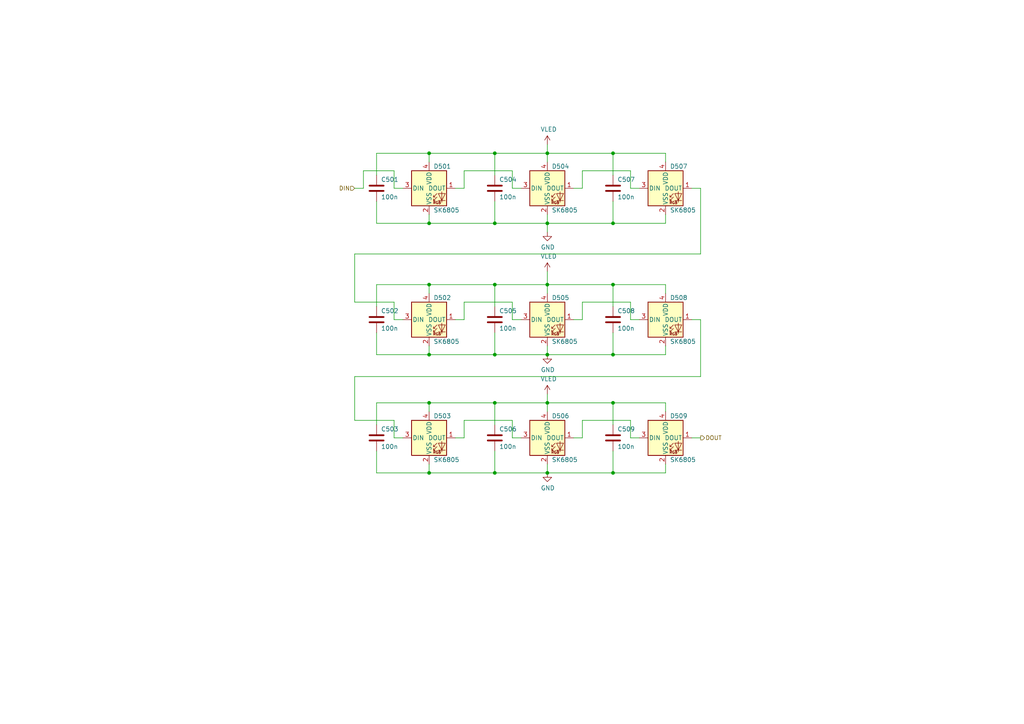
<source format=kicad_sch>
(kicad_sch (version 20211123) (generator eeschema)
  (paper "A4")
  (title_block (title "Leddie") (date "2021-03-06") (rev "01") (company "Markus Koch - notsyncing.net") (comment 1 "Licensed under CC BY-SA 3.0") (comment 2 "https://l.notsyncing.net/leddie") (comment 4 "LED substring for one side"))
  (lib_symbols
    (symbol "Device:C" (pin_numbers hide) (pin_names (offset 0.254))
      (property "Reference" "C" (at 0.635 2.54 0))
      (property "Value" "C" (at 0.635 -2.54 0))
      (symbol "C_0_1"
        (polyline (pts (xy -2.032 -0.762) (xy 2.032 -0.762)) (stroke (width 0.508)))
        (polyline (pts (xy -2.032 0.762) (xy 2.032 0.762)) (stroke (width 0.508)))
      )
      (symbol "C_1_1"
        (pin passive line (at 0 3.81 270) (length 2.794) (name "~") (number "1"))
        (pin passive line (at 0 -3.81 90) (length 2.794) (name "~") (number "2"))
      )
    )
    (symbol "LED:SK6805" (pin_names (offset 0.254))
      (property "Reference" "D" (at 5.08 5.715 0))
      (property "Value" "SK6805" (at 1.27 -5.715 0))
      (symbol "SK6805_0_0"
        (text "RGB" (at 2.286 -4.191 0) (effects (font (size 0.762 0.762))))
      )
      (symbol "SK6805_0_1"
        (polyline (pts (xy 1.27 -3.556) (xy 1.778 -3.556)))
        (polyline (pts (xy 1.27 -2.54) (xy 1.778 -2.54)))
        (polyline (pts (xy 4.699 -3.556) (xy 2.667 -3.556)))
        (polyline (pts (xy 2.286 -2.54) (xy 1.27 -3.556) (xy 1.27 -3.048)))
        (polyline (pts (xy 2.286 -1.524) (xy 1.27 -2.54) (xy 1.27 -2.032)))
        (polyline (pts (xy 3.683 -1.016) (xy 3.683 -3.556) (xy 3.683 -4.064)))
        (polyline (pts (xy 4.699 -1.524) (xy 2.667 -1.524) (xy 3.683 -3.556) (xy 4.699 -1.524)))
        (rectangle (start 5.08 5.08) (end -5.08 -5.08) (stroke (width 0.254)) (fill (type background)))
      )
      (symbol "SK6805_1_1"
        (pin output line (at 7.62 0 180) (length 2.54) (name "DOUT") (number "1"))
        (pin power_in line (at 0 -7.62 90) (length 2.54) (name "VSS") (number "2"))
        (pin input line (at -7.62 0 0) (length 2.54) (name "DIN") (number "3"))
        (pin power_in line (at 0 7.62 270) (length 2.54) (name "VDD") (number "4"))
      )
    )
    (symbol "leddie_parts:VLED" (power) (pin_names (offset 0))
      (property "Value" "VLED" (at 0 3.81 0))
      (symbol "VLED_0_1"
        (polyline (pts (xy -0.762 1.27) (xy 0 2.54)))
        (polyline (pts (xy 0 0) (xy 0 2.54)))
        (polyline (pts (xy 0 2.54) (xy 0.762 1.27)))
      )
      (symbol "VLED_1_1"
        (pin power_in line (at 0 0 90) (length 0) hide (name "VLED") (number "1"))
      )
    )
    (symbol "power:GND" (power) (pin_names (offset 0))
      (property "Value" "GND" (at 0 -3.81 0))
      (symbol "GND_0_1"
        (polyline (pts (xy 0 0) (xy 0 -1.27) (xy 1.27 -1.27) (xy 0 -2.54) (xy -1.27 -1.27) (xy 0 -1.27)))
      )
      (symbol "GND_1_1"
        (pin power_in line (at 0 0 270) (length 0) hide (name "GND") (number "1"))
      )
    )
  )
  (junction (at 124.46 44.45))
  (junction (at 124.46 102.87))
  (junction (at 143.51 82.55))
  (junction (at 124.46 116.84))
  (junction (at 177.8 116.84))
  (junction (at 143.51 64.77))
  (junction (at 158.75 102.87))
  (junction (at 143.51 116.84))
  (junction (at 158.75 82.55))
  (junction (at 143.51 137.16))
  (junction (at 177.8 82.55))
  (junction (at 124.46 137.16))
  (junction (at 158.75 137.16))
  (junction (at 143.51 102.87))
  (junction (at 177.8 64.77))
  (junction (at 158.75 116.84))
  (junction (at 143.51 44.45))
  (junction (at 124.46 82.55))
  (junction (at 177.8 137.16))
  (junction (at 177.8 102.87))
  (junction (at 158.75 64.77))
  (junction (at 124.46 64.77))
  (junction (at 177.8 44.45))
  (junction (at 158.75 44.45))
  (wire (pts (xy 168.91 92.71) (xy 166.37 92.71)))
  (wire (pts (xy 134.62 87.63) (xy 134.62 92.71)))
  (wire (pts (xy 102.87 109.22) (xy 203.2 109.22)))
  (wire (pts (xy 124.46 64.77) (xy 109.22 64.77)))
  (wire (pts (xy 203.2 127) (xy 200.66 127)))
  (wire (pts (xy 177.8 102.87) (xy 177.8 96.52)))
  (wire (pts (xy 134.62 121.92) (xy 134.62 127)))
  (wire (pts (xy 134.62 92.71) (xy 132.08 92.71)))
  (wire (pts (xy 124.46 100.33) (xy 124.46 102.87)))
  (wire (pts (xy 158.75 41.91) (xy 158.75 44.45)))
  (wire (pts (xy 124.46 44.45) (xy 124.46 46.99)))
  (wire (pts (xy 116.84 127) (xy 114.3 127)))
  (wire (pts (xy 203.2 73.66) (xy 102.87 73.66)))
  (wire (pts (xy 124.46 134.62) (xy 124.46 137.16)))
  (wire (pts (xy 182.88 49.53) (xy 168.91 49.53)))
  (wire (pts (xy 109.22 137.16) (xy 109.22 130.81)))
  (wire (pts (xy 134.62 127) (xy 132.08 127)))
  (wire (pts (xy 109.22 88.9) (xy 109.22 82.55)))
  (wire (pts (xy 177.8 64.77) (xy 177.8 58.42)))
  (wire (pts (xy 143.51 64.77) (xy 143.51 58.42)))
  (wire (pts (xy 134.62 54.61) (xy 132.08 54.61)))
  (wire (pts (xy 158.75 116.84) (xy 158.75 119.38)))
  (wire (pts (xy 185.42 54.61) (xy 182.88 54.61)))
  (wire (pts (xy 143.51 88.9) (xy 143.51 82.55)))
  (wire (pts (xy 158.75 102.87) (xy 143.51 102.87)))
  (wire (pts (xy 168.91 121.92) (xy 168.91 127)))
  (wire (pts (xy 168.91 54.61) (xy 166.37 54.61)))
  (wire (pts (xy 185.42 127) (xy 182.88 127)))
  (wire (pts (xy 148.59 127) (xy 148.59 121.92)))
  (wire (pts (xy 193.04 64.77) (xy 177.8 64.77)))
  (wire (pts (xy 158.75 100.33) (xy 158.75 102.87)))
  (wire (pts (xy 158.75 78.74) (xy 158.75 82.55)))
  (wire (pts (xy 158.75 116.84) (xy 177.8 116.84)))
  (wire (pts (xy 177.8 123.19) (xy 177.8 116.84)))
  (wire (pts (xy 185.42 92.71) (xy 182.88 92.71)))
  (wire (pts (xy 177.8 50.8) (xy 177.8 44.45)))
  (wire (pts (xy 177.8 44.45) (xy 193.04 44.45)))
  (wire (pts (xy 109.22 50.8) (xy 109.22 44.45)))
  (wire (pts (xy 182.88 54.61) (xy 182.88 49.53)))
  (wire (pts (xy 193.04 62.23) (xy 193.04 64.77)))
  (wire (pts (xy 114.3 54.61) (xy 114.3 49.53)))
  (wire (pts (xy 109.22 123.19) (xy 109.22 116.84)))
  (wire (pts (xy 158.75 82.55) (xy 158.75 85.09)))
  (wire (pts (xy 193.04 134.62) (xy 193.04 137.16)))
  (wire (pts (xy 158.75 62.23) (xy 158.75 64.77)))
  (wire (pts (xy 109.22 82.55) (xy 124.46 82.55)))
  (wire (pts (xy 143.51 137.16) (xy 143.51 130.81)))
  (wire (pts (xy 193.04 82.55) (xy 193.04 85.09)))
  (wire (pts (xy 148.59 49.53) (xy 134.62 49.53)))
  (wire (pts (xy 124.46 137.16) (xy 109.22 137.16)))
  (wire (pts (xy 177.8 137.16) (xy 158.75 137.16)))
  (wire (pts (xy 143.51 64.77) (xy 124.46 64.77)))
  (wire (pts (xy 168.91 127) (xy 166.37 127)))
  (wire (pts (xy 151.13 92.71) (xy 148.59 92.71)))
  (wire (pts (xy 102.87 73.66) (xy 102.87 87.63)))
  (wire (pts (xy 124.46 102.87) (xy 109.22 102.87)))
  (wire (pts (xy 102.87 121.92) (xy 114.3 121.92)))
  (wire (pts (xy 193.04 137.16) (xy 177.8 137.16)))
  (wire (pts (xy 148.59 92.71) (xy 148.59 87.63)))
  (wire (pts (xy 177.8 82.55) (xy 193.04 82.55)))
  (wire (pts (xy 158.75 137.16) (xy 143.51 137.16)))
  (wire (pts (xy 182.88 87.63) (xy 168.91 87.63)))
  (wire (pts (xy 143.51 123.19) (xy 143.51 116.84)))
  (wire (pts (xy 203.2 54.61) (xy 203.2 73.66)))
  (wire (pts (xy 114.3 49.53) (xy 105.41 49.53)))
  (wire (pts (xy 200.66 92.71) (xy 203.2 92.71)))
  (wire (pts (xy 203.2 92.71) (xy 203.2 109.22)))
  (wire (pts (xy 124.46 116.84) (xy 124.46 119.38)))
  (wire (pts (xy 134.62 49.53) (xy 134.62 54.61)))
  (wire (pts (xy 148.59 121.92) (xy 134.62 121.92)))
  (wire (pts (xy 105.41 49.53) (xy 105.41 54.61)))
  (wire (pts (xy 116.84 54.61) (xy 114.3 54.61)))
  (wire (pts (xy 151.13 127) (xy 148.59 127)))
  (wire (pts (xy 193.04 100.33) (xy 193.04 102.87)))
  (wire (pts (xy 143.51 50.8) (xy 143.51 44.45)))
  (wire (pts (xy 151.13 54.61) (xy 148.59 54.61)))
  (wire (pts (xy 177.8 137.16) (xy 177.8 130.81)))
  (wire (pts (xy 168.91 87.63) (xy 168.91 92.71)))
  (wire (pts (xy 109.22 116.84) (xy 124.46 116.84)))
  (wire (pts (xy 124.46 82.55) (xy 143.51 82.55)))
  (wire (pts (xy 114.3 127) (xy 114.3 121.92)))
  (wire (pts (xy 158.75 134.62) (xy 158.75 137.16)))
  (wire (pts (xy 158.75 64.77) (xy 143.51 64.77)))
  (wire (pts (xy 200.66 54.61) (xy 203.2 54.61)))
  (wire (pts (xy 109.22 64.77) (xy 109.22 58.42)))
  (wire (pts (xy 148.59 87.63) (xy 134.62 87.63)))
  (wire (pts (xy 124.46 82.55) (xy 124.46 85.09)))
  (wire (pts (xy 193.04 44.45) (xy 193.04 46.99)))
  (wire (pts (xy 193.04 116.84) (xy 193.04 119.38)))
  (wire (pts (xy 182.88 121.92) (xy 168.91 121.92)))
  (wire (pts (xy 182.88 92.71) (xy 182.88 87.63)))
  (wire (pts (xy 177.8 116.84) (xy 193.04 116.84)))
  (wire (pts (xy 114.3 92.71) (xy 114.3 87.63)))
  (wire (pts (xy 158.75 44.45) (xy 158.75 46.99)))
  (wire (pts (xy 177.8 64.77) (xy 158.75 64.77)))
  (wire (pts (xy 105.41 54.61) (xy 102.87 54.61)))
  (wire (pts (xy 148.59 54.61) (xy 148.59 49.53)))
  (wire (pts (xy 158.75 44.45) (xy 177.8 44.45)))
  (wire (pts (xy 143.51 102.87) (xy 124.46 102.87)))
  (wire (pts (xy 102.87 109.22) (xy 102.87 121.92)))
  (wire (pts (xy 116.84 92.71) (xy 114.3 92.71)))
  (wire (pts (xy 124.46 116.84) (xy 143.51 116.84)))
  (wire (pts (xy 168.91 49.53) (xy 168.91 54.61)))
  (wire (pts (xy 109.22 44.45) (xy 124.46 44.45)))
  (wire (pts (xy 193.04 102.87) (xy 177.8 102.87)))
  (wire (pts (xy 109.22 102.87) (xy 109.22 96.52)))
  (wire (pts (xy 143.51 116.84) (xy 158.75 116.84)))
  (wire (pts (xy 143.51 44.45) (xy 158.75 44.45)))
  (wire (pts (xy 177.8 102.87) (xy 158.75 102.87)))
  (wire (pts (xy 158.75 67.31) (xy 158.75 64.77)))
  (wire (pts (xy 124.46 44.45) (xy 143.51 44.45)))
  (wire (pts (xy 158.75 82.55) (xy 177.8 82.55)))
  (wire (pts (xy 143.51 82.55) (xy 158.75 82.55)))
  (wire (pts (xy 177.8 88.9) (xy 177.8 82.55)))
  (wire (pts (xy 182.88 127) (xy 182.88 121.92)))
  (wire (pts (xy 158.75 114.3) (xy 158.75 116.84)))
  (wire (pts (xy 102.87 87.63) (xy 114.3 87.63)))
  (wire (pts (xy 143.51 137.16) (xy 124.46 137.16)))
  (wire (pts (xy 124.46 62.23) (xy 124.46 64.77)))
  (wire (pts (xy 143.51 102.87) (xy 143.51 96.52)))
  (hierarchical_label "DIN" (shape input) (at 102.87 54.61 180) (effects (font (size 1.1938 1.1938))))
  (hierarchical_label "DOUT" (shape output) (at 203.2 127 0) (effects (font (size 1.1938 1.1938))))
  (symbol (lib_id "LED:SK6805") (at 124.46 54.61 0)
    (property "Reference" "D501" (at 125.73 48.26 0) (effects (justify left)))
    (property "Value" "SK6805" (at 125.73 60.96 0) (effects (justify left)))
    (property "Footprint" "LED_SMD:LED_SK6805_PLCC4_2.4x2.7mm_P1.3mm" (effects hide))
    (property "Datasheet" "https://cdn-shop.adafruit.com/product-files/3484/3484_Datasheet.pdf" (effects hide))
  )
  (symbol (lib_id "Device:C") (at 109.22 54.61 0)
    (property "Reference" "C501" (at 110.49 52.07 0) (effects (justify left)))
    (property "Value" "100n" (at 110.49 57.15 0) (effects (justify left)))
    (property "Footprint" "Capacitor_SMD:C_0603_1608Metric" (effects hide))
  )
  (symbol (lib_id "LED:SK6805") (at 158.75 54.61 0)
    (property "Reference" "D504" (at 160.02 48.26 0) (effects (justify left)))
    (property "Value" "SK6805" (at 160.02 60.96 0) (effects (justify left)))
    (property "Footprint" "LED_SMD:LED_SK6805_PLCC4_2.4x2.7mm_P1.3mm" (effects hide))
    (property "Datasheet" "https://cdn-shop.adafruit.com/product-files/3484/3484_Datasheet.pdf" (effects hide))
  )
  (symbol (lib_id "Device:C") (at 143.51 54.61 0)
    (property "Reference" "C504" (at 144.78 52.07 0) (effects (justify left)))
    (property "Value" "100n" (at 144.78 57.15 0) (effects (justify left)))
    (property "Footprint" "Capacitor_SMD:C_0603_1608Metric" (effects hide))
  )
  (symbol (lib_id "LED:SK6805") (at 193.04 54.61 0)
    (property "Reference" "D507" (at 194.31 48.26 0) (effects (justify left)))
    (property "Value" "SK6805" (at 194.31 60.96 0) (effects (justify left)))
    (property "Footprint" "LED_SMD:LED_SK6805_PLCC4_2.4x2.7mm_P1.3mm" (effects hide))
    (property "Datasheet" "https://cdn-shop.adafruit.com/product-files/3484/3484_Datasheet.pdf" (effects hide))
  )
  (symbol (lib_id "Device:C") (at 177.8 54.61 0)
    (property "Reference" "C507" (at 179.07 52.07 0) (effects (justify left)))
    (property "Value" "100n" (at 179.07 57.15 0) (effects (justify left)))
    (property "Footprint" "Capacitor_SMD:C_0603_1608Metric" (effects hide))
  )
  (symbol (lib_id "LED:SK6805") (at 124.46 92.71 0)
    (property "Reference" "D502" (at 125.73 86.36 0) (effects (justify left)))
    (property "Value" "SK6805" (at 125.73 99.06 0) (effects (justify left)))
    (property "Footprint" "LED_SMD:LED_SK6805_PLCC4_2.4x2.7mm_P1.3mm" (effects hide))
    (property "Datasheet" "https://cdn-shop.adafruit.com/product-files/3484/3484_Datasheet.pdf" (effects hide))
  )
  (symbol (lib_id "Device:C") (at 109.22 92.71 0)
    (property "Reference" "C502" (at 110.49 90.17 0) (effects (justify left)))
    (property "Value" "100n" (at 110.49 95.25 0) (effects (justify left)))
    (property "Footprint" "Capacitor_SMD:C_0603_1608Metric" (effects hide))
  )
  (symbol (lib_id "LED:SK6805") (at 158.75 92.71 0)
    (property "Reference" "D505" (at 160.02 86.36 0) (effects (justify left)))
    (property "Value" "SK6805" (at 160.02 99.06 0) (effects (justify left)))
    (property "Footprint" "LED_SMD:LED_SK6805_PLCC4_2.4x2.7mm_P1.3mm" (effects hide))
    (property "Datasheet" "https://cdn-shop.adafruit.com/product-files/3484/3484_Datasheet.pdf" (effects hide))
  )
  (symbol (lib_id "Device:C") (at 143.51 92.71 0)
    (property "Reference" "C505" (at 144.78 90.17 0) (effects (justify left)))
    (property "Value" "100n" (at 144.78 95.25 0) (effects (justify left)))
    (property "Footprint" "Capacitor_SMD:C_0603_1608Metric" (effects hide))
  )
  (symbol (lib_id "LED:SK6805") (at 193.04 92.71 0)
    (property "Reference" "D508" (at 194.31 86.36 0) (effects (justify left)))
    (property "Value" "SK6805" (at 194.31 99.06 0) (effects (justify left)))
    (property "Footprint" "LED_SMD:LED_SK6805_PLCC4_2.4x2.7mm_P1.3mm" (effects hide))
    (property "Datasheet" "https://cdn-shop.adafruit.com/product-files/3484/3484_Datasheet.pdf" (effects hide))
  )
  (symbol (lib_id "Device:C") (at 177.8 92.71 0)
    (property "Reference" "C508" (at 179.07 90.17 0) (effects (justify left)))
    (property "Value" "100n" (at 179.07 95.25 0) (effects (justify left)))
    (property "Footprint" "Capacitor_SMD:C_0603_1608Metric" (effects hide))
  )
  (symbol (lib_id "LED:SK6805") (at 124.46 127 0)
    (property "Reference" "D503" (at 125.73 120.65 0) (effects (justify left)))
    (property "Value" "SK6805" (at 125.73 133.35 0) (effects (justify left)))
    (property "Footprint" "LED_SMD:LED_SK6805_PLCC4_2.4x2.7mm_P1.3mm" (effects hide))
    (property "Datasheet" "https://cdn-shop.adafruit.com/product-files/3484/3484_Datasheet.pdf" (effects hide))
  )
  (symbol (lib_id "Device:C") (at 109.22 127 0)
    (property "Reference" "C503" (at 110.49 124.46 0) (effects (justify left)))
    (property "Value" "100n" (at 110.49 129.54 0) (effects (justify left)))
    (property "Footprint" "Capacitor_SMD:C_0603_1608Metric" (effects hide))
  )
  (symbol (lib_id "LED:SK6805") (at 158.75 127 0)
    (property "Reference" "D506" (at 160.02 120.65 0) (effects (justify left)))
    (property "Value" "SK6805" (at 160.02 133.35 0) (effects (justify left)))
    (property "Footprint" "LED_SMD:LED_SK6805_PLCC4_2.4x2.7mm_P1.3mm" (effects hide))
    (property "Datasheet" "https://cdn-shop.adafruit.com/product-files/3484/3484_Datasheet.pdf" (effects hide))
  )
  (symbol (lib_id "Device:C") (at 143.51 127 0)
    (property "Reference" "C506" (at 144.78 124.46 0) (effects (justify left)))
    (property "Value" "100n" (at 144.78 129.54 0) (effects (justify left)))
    (property "Footprint" "Capacitor_SMD:C_0603_1608Metric" (effects hide))
  )
  (symbol (lib_id "LED:SK6805") (at 193.04 127 0)
    (property "Reference" "D509" (at 194.31 120.65 0) (effects (justify left)))
    (property "Value" "SK6805" (at 194.31 133.35 0) (effects (justify left)))
    (property "Footprint" "LED_SMD:LED_SK6805_PLCC4_2.4x2.7mm_P1.3mm" (effects hide))
    (property "Datasheet" "https://cdn-shop.adafruit.com/product-files/3484/3484_Datasheet.pdf" (effects hide))
  )
  (symbol (lib_id "Device:C") (at 177.8 127 0)
    (property "Reference" "C509" (at 179.07 124.46 0) (effects (justify left)))
    (property "Value" "100n" (at 179.07 129.54 0) (effects (justify left)))
    (property "Footprint" "Capacitor_SMD:C_0603_1608Metric" (effects hide))
  )
  (symbol (lib_id "leddie_parts:VLED") (at 158.75 41.91 0)
    (property "Reference" "#PWR0501" (effects hide))
    (property "Value" "VLED" (at 159.131 37.5158 0))
  )
  (symbol (lib_id "power:GND") (at 158.75 67.31 0)
    (property "Reference" "#PWR0502" (effects hide))
    (property "Value" "GND" (at 158.877 71.7042 0))
  )
  (symbol (lib_id "power:GND") (at 158.75 102.87 0)
    (property "Reference" "#PWR0504" (effects hide))
    (property "Value" "GND" (at 158.877 107.2642 0))
  )
  (symbol (lib_id "power:GND") (at 158.75 137.16 0)
    (property "Reference" "#PWR0506" (effects hide))
    (property "Value" "GND" (at 158.877 141.5542 0))
  )
  (symbol (lib_id "leddie_parts:VLED") (at 158.75 78.74 0)
    (property "Reference" "#PWR0503" (effects hide))
    (property "Value" "VLED" (at 159.131 74.3458 0))
  )
  (symbol (lib_id "leddie_parts:VLED") (at 158.75 114.3 0)
    (property "Reference" "#PWR0505" (effects hide))
    (property "Value" "VLED" (at 159.131 109.9058 0))
  )
)
</source>
